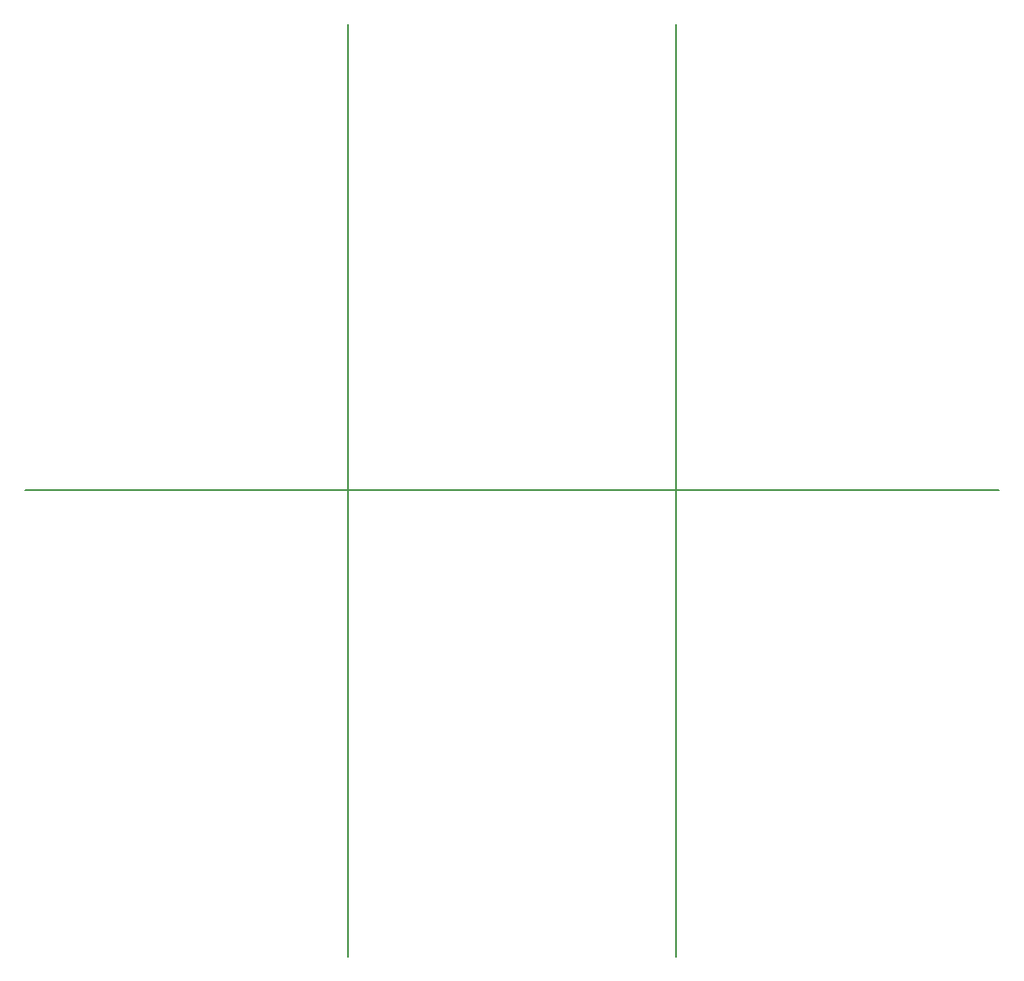
<source format=gbr>
G04 #@! TF.FileFunction,Other,ECO1*
%FSLAX46Y46*%
G04 Gerber Fmt 4.6, Leading zero omitted, Abs format (unit mm)*
G04 Created by KiCad (PCBNEW 4.0.7) date 07/23/18 15:50:34*
%MOMM*%
%LPD*%
G01*
G04 APERTURE LIST*
%ADD10C,0.100000*%
%ADD11C,0.200000*%
G04 APERTURE END LIST*
D10*
D11*
X124500000Y-51000000D02*
X124500000Y-142000000D01*
X156500000Y-51000000D02*
X156500000Y-142000000D01*
X93000000Y-96500000D02*
X188000000Y-96500000D01*
M02*

</source>
